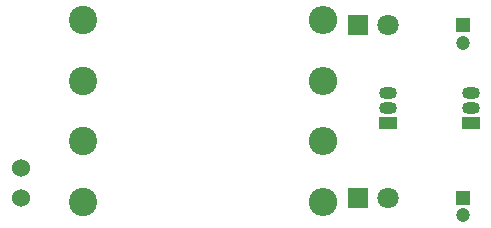
<source format=gbr>
%TF.GenerationSoftware,KiCad,Pcbnew,(5.1.10)-1*%
%TF.CreationDate,2021-09-10T13:44:00+03:00*%
%TF.ProjectId,flip-flop,666c6970-2d66-46c6-9f70-2e6b69636164,rev?*%
%TF.SameCoordinates,Original*%
%TF.FileFunction,Soldermask,Bot*%
%TF.FilePolarity,Negative*%
%FSLAX46Y46*%
G04 Gerber Fmt 4.6, Leading zero omitted, Abs format (unit mm)*
G04 Created by KiCad (PCBNEW (5.1.10)-1) date 2021-09-10 13:44:00*
%MOMM*%
%LPD*%
G01*
G04 APERTURE LIST*
%ADD10R,1.200000X1.200000*%
%ADD11C,1.200000*%
%ADD12C,1.800000*%
%ADD13R,1.800000X1.800000*%
%ADD14C,1.524000*%
%ADD15R,1.500000X1.050000*%
%ADD16O,1.500000X1.050000*%
%ADD17O,2.400000X2.400000*%
%ADD18C,2.400000*%
G04 APERTURE END LIST*
D10*
%TO.C,C1*%
X163195000Y-92075000D03*
D11*
X163195000Y-93575000D03*
%TD*%
%TO.C,C2*%
X163195000Y-108180000D03*
D10*
X163195000Y-106680000D03*
%TD*%
D12*
%TO.C,D1*%
X156845000Y-92075000D03*
D13*
X154305000Y-92075000D03*
%TD*%
%TO.C,D2*%
X154305000Y-106680000D03*
D12*
X156845000Y-106680000D03*
%TD*%
D14*
%TO.C,J1*%
X125730000Y-104140000D03*
X125730000Y-106680000D03*
%TD*%
D15*
%TO.C,Q1*%
X163830000Y-100330000D03*
D16*
X163830000Y-97790000D03*
X163830000Y-99060000D03*
%TD*%
%TO.C,Q2*%
X156845000Y-99060000D03*
X156845000Y-97790000D03*
D15*
X156845000Y-100330000D03*
%TD*%
D17*
%TO.C,R1*%
X151335001Y-91610001D03*
D18*
X131015001Y-91610001D03*
%TD*%
%TO.C,R2*%
X131015001Y-96760001D03*
D17*
X151335001Y-96760001D03*
%TD*%
%TO.C,R3*%
X151335001Y-101910001D03*
D18*
X131015001Y-101910001D03*
%TD*%
%TO.C,R4*%
X131015001Y-107060001D03*
D17*
X151335001Y-107060001D03*
%TD*%
M02*

</source>
